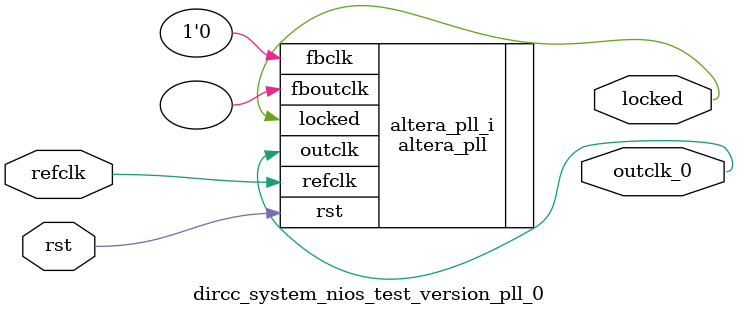
<source format=v>
`timescale 1ns/10ps
module  dircc_system_nios_test_version_pll_0(

	// interface 'refclk'
	input wire refclk,

	// interface 'reset'
	input wire rst,

	// interface 'outclk0'
	output wire outclk_0,

	// interface 'locked'
	output wire locked
);

	altera_pll #(
		.fractional_vco_multiplier("false"),
		.reference_clock_frequency("100.0 MHz"),
		.operation_mode("direct"),
		.number_of_clocks(1),
		.output_clock_frequency0("85.000000 MHz"),
		.phase_shift0("0 ps"),
		.duty_cycle0(50),
		.output_clock_frequency1("0 MHz"),
		.phase_shift1("0 ps"),
		.duty_cycle1(50),
		.output_clock_frequency2("0 MHz"),
		.phase_shift2("0 ps"),
		.duty_cycle2(50),
		.output_clock_frequency3("0 MHz"),
		.phase_shift3("0 ps"),
		.duty_cycle3(50),
		.output_clock_frequency4("0 MHz"),
		.phase_shift4("0 ps"),
		.duty_cycle4(50),
		.output_clock_frequency5("0 MHz"),
		.phase_shift5("0 ps"),
		.duty_cycle5(50),
		.output_clock_frequency6("0 MHz"),
		.phase_shift6("0 ps"),
		.duty_cycle6(50),
		.output_clock_frequency7("0 MHz"),
		.phase_shift7("0 ps"),
		.duty_cycle7(50),
		.output_clock_frequency8("0 MHz"),
		.phase_shift8("0 ps"),
		.duty_cycle8(50),
		.output_clock_frequency9("0 MHz"),
		.phase_shift9("0 ps"),
		.duty_cycle9(50),
		.output_clock_frequency10("0 MHz"),
		.phase_shift10("0 ps"),
		.duty_cycle10(50),
		.output_clock_frequency11("0 MHz"),
		.phase_shift11("0 ps"),
		.duty_cycle11(50),
		.output_clock_frequency12("0 MHz"),
		.phase_shift12("0 ps"),
		.duty_cycle12(50),
		.output_clock_frequency13("0 MHz"),
		.phase_shift13("0 ps"),
		.duty_cycle13(50),
		.output_clock_frequency14("0 MHz"),
		.phase_shift14("0 ps"),
		.duty_cycle14(50),
		.output_clock_frequency15("0 MHz"),
		.phase_shift15("0 ps"),
		.duty_cycle15(50),
		.output_clock_frequency16("0 MHz"),
		.phase_shift16("0 ps"),
		.duty_cycle16(50),
		.output_clock_frequency17("0 MHz"),
		.phase_shift17("0 ps"),
		.duty_cycle17(50),
		.pll_type("General"),
		.pll_subtype("General")
	) altera_pll_i (
		.rst	(rst),
		.outclk	({outclk_0}),
		.locked	(locked),
		.fboutclk	( ),
		.fbclk	(1'b0),
		.refclk	(refclk)
	);
endmodule


</source>
